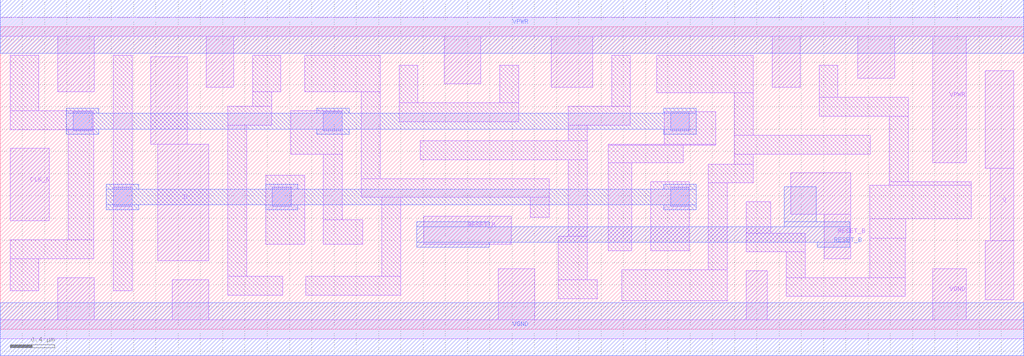
<source format=lef>
# Copyright 2020 The SkyWater PDK Authors
#
# Licensed under the Apache License, Version 2.0 (the "License");
# you may not use this file except in compliance with the License.
# You may obtain a copy of the License at
#
#     https://www.apache.org/licenses/LICENSE-2.0
#
# Unless required by applicable law or agreed to in writing, software
# distributed under the License is distributed on an "AS IS" BASIS,
# WITHOUT WARRANTIES OR CONDITIONS OF ANY KIND, either express or implied.
# See the License for the specific language governing permissions and
# limitations under the License.
#
# SPDX-License-Identifier: Apache-2.0

VERSION 5.5 ;
NAMESCASESENSITIVE ON ;
BUSBITCHARS "[]" ;
DIVIDERCHAR "/" ;
MACRO sky130_fd_sc_hd__dfrtn_1
  CLASS CORE ;
  SOURCE USER ;
  ORIGIN  0.000000  0.000000 ;
  SIZE  9.200000 BY  2.720000 ;
  SYMMETRY X Y R90 ;
  SITE unithd ;
  PIN D
    ANTENNAGATEAREA  0.126000 ;
    DIRECTION INPUT ;
    USE SIGNAL ;
    PORT
      LAYER li1 ;
        RECT 1.355000 1.665000 1.680000 2.450000 ;
        RECT 1.415000 0.615000 1.875000 1.665000 ;
    END
  END D
  PIN Q
    ANTENNADIFFAREA  0.429000 ;
    DIRECTION OUTPUT ;
    USE SIGNAL ;
    PORT
      LAYER li1 ;
        RECT 8.855000 0.265000 9.110000 0.795000 ;
        RECT 8.855000 1.445000 9.110000 2.325000 ;
        RECT 8.900000 0.795000 9.110000 1.445000 ;
    END
  END Q
  PIN RESET_B
    ANTENNAGATEAREA  0.252000 ;
    DIRECTION INPUT ;
    USE SIGNAL ;
    PORT
      LAYER li1 ;
        RECT 3.805000 0.765000 4.595000 1.015000 ;
    END
    PORT
      LAYER li1 ;
        RECT 7.105000 1.035000 7.645000 1.405000 ;
        RECT 7.405000 0.635000 7.645000 1.035000 ;
    END
    PORT
      LAYER met1 ;
        RECT 3.745000 0.735000 4.395000 0.780000 ;
        RECT 3.745000 0.780000 7.635000 0.920000 ;
        RECT 3.745000 0.920000 4.395000 0.965000 ;
        RECT 7.045000 0.920000 7.635000 0.965000 ;
        RECT 7.045000 0.965000 7.335000 1.280000 ;
        RECT 7.345000 0.735000 7.635000 0.780000 ;
    END
  END RESET_B
  PIN CLK_N
    ANTENNAGATEAREA  0.159000 ;
    DIRECTION INPUT ;
    USE CLOCK ;
    PORT
      LAYER li1 ;
        RECT 0.090000 0.975000 0.440000 1.625000 ;
    END
  END CLK_N
  PIN VGND
    DIRECTION INOUT ;
    SHAPE ABUTMENT ;
    USE GROUND ;
    PORT
      LAYER li1 ;
        RECT 0.000000 -0.085000 9.200000 0.085000 ;
        RECT 0.515000  0.085000 0.845000 0.465000 ;
        RECT 1.545000  0.085000 1.875000 0.445000 ;
        RECT 4.475000  0.085000 4.805000 0.545000 ;
        RECT 6.705000  0.085000 6.895000 0.525000 ;
        RECT 8.380000  0.085000 8.685000 0.545000 ;
    END
    PORT
      LAYER met1 ;
        RECT 0.000000 -0.240000 9.200000 0.240000 ;
    END
  END VGND
  PIN VPWR
    DIRECTION INOUT ;
    SHAPE ABUTMENT ;
    USE POWER ;
    PORT
      LAYER li1 ;
        RECT 0.000000 2.635000 9.200000 2.805000 ;
        RECT 0.515000 2.135000 0.845000 2.635000 ;
        RECT 1.850000 2.175000 2.100000 2.635000 ;
        RECT 3.990000 2.205000 4.320000 2.635000 ;
        RECT 4.955000 2.175000 5.325000 2.635000 ;
        RECT 6.940000 2.175000 7.190000 2.635000 ;
        RECT 7.710000 2.255000 8.040000 2.635000 ;
        RECT 8.380000 1.495000 8.685000 2.635000 ;
    END
    PORT
      LAYER met1 ;
        RECT 0.000000 2.480000 9.200000 2.960000 ;
    END
  END VPWR
  OBS
    LAYER li1 ;
      RECT 0.090000 0.345000 0.345000 0.635000 ;
      RECT 0.090000 0.635000 0.840000 0.805000 ;
      RECT 0.090000 1.795000 0.840000 1.965000 ;
      RECT 0.090000 1.965000 0.345000 2.465000 ;
      RECT 0.610000 0.805000 0.840000 1.795000 ;
      RECT 1.015000 0.345000 1.185000 2.465000 ;
      RECT 2.045000 0.305000 2.540000 0.475000 ;
      RECT 2.045000 0.475000 2.215000 1.835000 ;
      RECT 2.045000 1.835000 2.440000 2.005000 ;
      RECT 2.270000 2.005000 2.440000 2.135000 ;
      RECT 2.270000 2.135000 2.520000 2.465000 ;
      RECT 2.385000 0.765000 2.735000 1.385000 ;
      RECT 2.610000 1.575000 3.075000 1.965000 ;
      RECT 2.735000 2.135000 3.415000 2.465000 ;
      RECT 2.745000 0.305000 3.600000 0.475000 ;
      RECT 2.905000 0.765000 3.260000 0.985000 ;
      RECT 2.905000 0.985000 3.075000 1.575000 ;
      RECT 3.245000 1.185000 4.935000 1.355000 ;
      RECT 3.245000 1.355000 3.415000 2.135000 ;
      RECT 3.430000 0.475000 3.600000 1.185000 ;
      RECT 3.585000 1.865000 4.660000 2.035000 ;
      RECT 3.585000 2.035000 3.755000 2.375000 ;
      RECT 3.775000 1.525000 5.275000 1.695000 ;
      RECT 4.490000 2.035000 4.660000 2.375000 ;
      RECT 4.765000 1.005000 4.935000 1.185000 ;
      RECT 5.015000 0.275000 5.365000 0.445000 ;
      RECT 5.015000 0.445000 5.275000 0.835000 ;
      RECT 5.105000 0.835000 5.275000 1.525000 ;
      RECT 5.105000 1.695000 5.275000 1.835000 ;
      RECT 5.105000 1.835000 5.665000 2.005000 ;
      RECT 5.465000 0.705000 5.675000 1.495000 ;
      RECT 5.465000 1.495000 6.140000 1.655000 ;
      RECT 5.465000 1.655000 6.430000 1.665000 ;
      RECT 5.495000 2.005000 5.665000 2.465000 ;
      RECT 5.585000 0.255000 6.535000 0.535000 ;
      RECT 5.845000 0.705000 6.195000 1.325000 ;
      RECT 5.900000 2.125000 6.770000 2.465000 ;
      RECT 5.970000 1.665000 6.430000 1.955000 ;
      RECT 6.365000 0.535000 6.535000 1.315000 ;
      RECT 6.365000 1.315000 6.770000 1.485000 ;
      RECT 6.600000 1.485000 6.770000 1.575000 ;
      RECT 6.600000 1.575000 7.820000 1.745000 ;
      RECT 6.600000 1.745000 6.770000 2.125000 ;
      RECT 6.705000 0.695000 7.235000 0.865000 ;
      RECT 6.705000 0.865000 6.925000 1.145000 ;
      RECT 7.065000 0.295000 8.135000 0.465000 ;
      RECT 7.065000 0.465000 7.235000 0.695000 ;
      RECT 7.360000 1.915000 8.160000 2.085000 ;
      RECT 7.360000 2.085000 7.530000 2.375000 ;
      RECT 7.815000 0.465000 8.135000 0.820000 ;
      RECT 7.815000 0.820000 8.140000 0.995000 ;
      RECT 7.815000 0.995000 8.730000 1.295000 ;
      RECT 7.990000 1.295000 8.730000 1.325000 ;
      RECT 7.990000 1.325000 8.160000 1.915000 ;
    LAYER mcon ;
      RECT 0.655000 1.785000 0.825000 1.955000 ;
      RECT 1.015000 1.105000 1.185000 1.275000 ;
      RECT 2.445000 1.105000 2.615000 1.275000 ;
      RECT 2.905000 1.785000 3.075000 1.955000 ;
      RECT 6.025000 1.105000 6.195000 1.275000 ;
      RECT 6.025000 1.785000 6.195000 1.955000 ;
    LAYER met1 ;
      RECT 0.595000 1.755000 0.885000 1.800000 ;
      RECT 0.595000 1.800000 6.255000 1.940000 ;
      RECT 0.595000 1.940000 0.885000 1.985000 ;
      RECT 0.955000 1.075000 1.245000 1.120000 ;
      RECT 0.955000 1.120000 6.255000 1.260000 ;
      RECT 0.955000 1.260000 1.245000 1.305000 ;
      RECT 2.385000 1.075000 2.675000 1.120000 ;
      RECT 2.385000 1.260000 2.675000 1.305000 ;
      RECT 2.845000 1.755000 3.135000 1.800000 ;
      RECT 2.845000 1.940000 3.135000 1.985000 ;
      RECT 5.965000 1.075000 6.255000 1.120000 ;
      RECT 5.965000 1.260000 6.255000 1.305000 ;
      RECT 5.965000 1.755000 6.255000 1.800000 ;
      RECT 5.965000 1.940000 6.255000 1.985000 ;
  END
END sky130_fd_sc_hd__dfrtn_1

</source>
